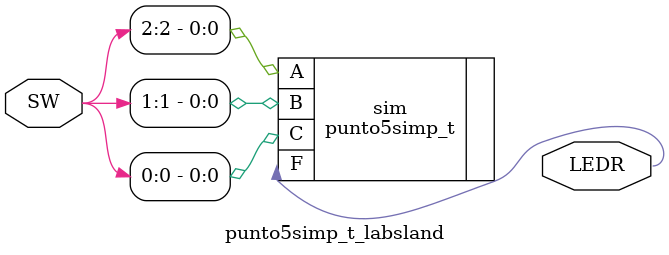
<source format=v>
module punto5simp_t_labsland(
//entradas y salidas
 input [2:0] SW,
 output [0:0] LEDR
);
//conexion 
punto5simp_t sim(
.A(SW[2]),
.B(SW[1]),
.C(SW[0]),
.F(LEDR[0])
);

endmodule

</source>
